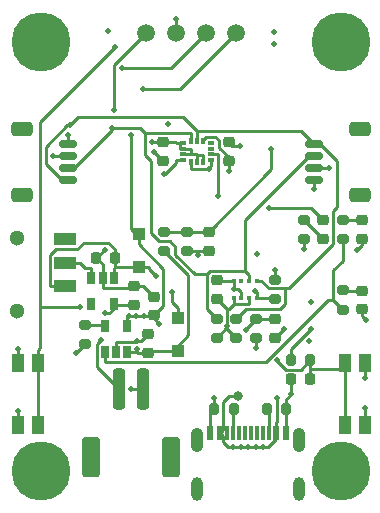
<source format=gbr>
%TF.GenerationSoftware,KiCad,Pcbnew,(6.0.1)*%
%TF.CreationDate,2022-03-18T08:08:47+01:00*%
%TF.ProjectId,trick-tracker,74726963-6b2d-4747-9261-636b65722e6b,rev?*%
%TF.SameCoordinates,Original*%
%TF.FileFunction,Copper,L1,Top*%
%TF.FilePolarity,Positive*%
%FSLAX46Y46*%
G04 Gerber Fmt 4.6, Leading zero omitted, Abs format (unit mm)*
G04 Created by KiCad (PCBNEW (6.0.1)) date 2022-03-18 08:08:47*
%MOMM*%
%LPD*%
G01*
G04 APERTURE LIST*
G04 Aperture macros list*
%AMRoundRect*
0 Rectangle with rounded corners*
0 $1 Rounding radius*
0 $2 $3 $4 $5 $6 $7 $8 $9 X,Y pos of 4 corners*
0 Add a 4 corners polygon primitive as box body*
4,1,4,$2,$3,$4,$5,$6,$7,$8,$9,$2,$3,0*
0 Add four circle primitives for the rounded corners*
1,1,$1+$1,$2,$3*
1,1,$1+$1,$4,$5*
1,1,$1+$1,$6,$7*
1,1,$1+$1,$8,$9*
0 Add four rect primitives between the rounded corners*
20,1,$1+$1,$2,$3,$4,$5,0*
20,1,$1+$1,$4,$5,$6,$7,0*
20,1,$1+$1,$6,$7,$8,$9,0*
20,1,$1+$1,$8,$9,$2,$3,0*%
G04 Aperture macros list end*
%TA.AperFunction,SMDPad,CuDef*%
%ADD10R,0.350000X0.350000*%
%TD*%
%TA.AperFunction,SMDPad,CuDef*%
%ADD11R,0.650000X1.060000*%
%TD*%
%TA.AperFunction,SMDPad,CuDef*%
%ADD12R,0.600000X1.150000*%
%TD*%
%TA.AperFunction,SMDPad,CuDef*%
%ADD13R,0.300000X1.150000*%
%TD*%
%TA.AperFunction,ComponentPad*%
%ADD14O,1.050000X2.100000*%
%TD*%
%TA.AperFunction,ComponentPad*%
%ADD15O,1.000000X2.000000*%
%TD*%
%TA.AperFunction,SMDPad,CuDef*%
%ADD16RoundRect,0.250000X-0.250000X-1.500000X0.250000X-1.500000X0.250000X1.500000X-0.250000X1.500000X0*%
%TD*%
%TA.AperFunction,SMDPad,CuDef*%
%ADD17RoundRect,0.250000X-0.500000X-1.450000X0.500000X-1.450000X0.500000X1.450000X-0.500000X1.450000X0*%
%TD*%
%TA.AperFunction,SMDPad,CuDef*%
%ADD18RoundRect,0.225000X0.225000X0.250000X-0.225000X0.250000X-0.225000X-0.250000X0.225000X-0.250000X0*%
%TD*%
%TA.AperFunction,SMDPad,CuDef*%
%ADD19RoundRect,0.225000X0.250000X-0.225000X0.250000X0.225000X-0.250000X0.225000X-0.250000X-0.225000X0*%
%TD*%
%TA.AperFunction,SMDPad,CuDef*%
%ADD20RoundRect,0.218750X-0.256250X0.218750X-0.256250X-0.218750X0.256250X-0.218750X0.256250X0.218750X0*%
%TD*%
%TA.AperFunction,SMDPad,CuDef*%
%ADD21RoundRect,0.218750X0.256250X-0.218750X0.256250X0.218750X-0.256250X0.218750X-0.256250X-0.218750X0*%
%TD*%
%TA.AperFunction,SMDPad,CuDef*%
%ADD22RoundRect,0.200000X-0.200000X-0.275000X0.200000X-0.275000X0.200000X0.275000X-0.200000X0.275000X0*%
%TD*%
%TA.AperFunction,SMDPad,CuDef*%
%ADD23RoundRect,0.200000X0.200000X0.275000X-0.200000X0.275000X-0.200000X-0.275000X0.200000X-0.275000X0*%
%TD*%
%TA.AperFunction,SMDPad,CuDef*%
%ADD24RoundRect,0.200000X-0.275000X0.200000X-0.275000X-0.200000X0.275000X-0.200000X0.275000X0.200000X0*%
%TD*%
%TA.AperFunction,SMDPad,CuDef*%
%ADD25RoundRect,0.200000X0.275000X-0.200000X0.275000X0.200000X-0.275000X0.200000X-0.275000X-0.200000X0*%
%TD*%
%TA.AperFunction,SMDPad,CuDef*%
%ADD26RoundRect,0.150000X-0.625000X0.150000X-0.625000X-0.150000X0.625000X-0.150000X0.625000X0.150000X0*%
%TD*%
%TA.AperFunction,SMDPad,CuDef*%
%ADD27RoundRect,0.249999X-0.650001X0.350001X-0.650001X-0.350001X0.650001X-0.350001X0.650001X0.350001X0*%
%TD*%
%TA.AperFunction,SMDPad,CuDef*%
%ADD28RoundRect,0.225000X-0.250000X0.225000X-0.250000X-0.225000X0.250000X-0.225000X0.250000X0.225000X0*%
%TD*%
%TA.AperFunction,SMDPad,CuDef*%
%ADD29R,1.100000X1.100000*%
%TD*%
%TA.AperFunction,SMDPad,CuDef*%
%ADD30R,1.000000X1.550000*%
%TD*%
%TA.AperFunction,ComponentPad*%
%ADD31C,0.800000*%
%TD*%
%TA.AperFunction,ComponentPad*%
%ADD32C,5.000000*%
%TD*%
%TA.AperFunction,SMDPad,CuDef*%
%ADD33R,1.900000X1.000000*%
%TD*%
%TA.AperFunction,ComponentPad*%
%ADD34C,1.300000*%
%TD*%
%TA.AperFunction,SMDPad,CuDef*%
%ADD35RoundRect,0.150000X0.625000X-0.150000X0.625000X0.150000X-0.625000X0.150000X-0.625000X-0.150000X0*%
%TD*%
%TA.AperFunction,SMDPad,CuDef*%
%ADD36RoundRect,0.249999X0.650001X-0.350001X0.650001X0.350001X-0.650001X0.350001X-0.650001X-0.350001X0*%
%TD*%
%TA.AperFunction,SMDPad,CuDef*%
%ADD37C,1.500000*%
%TD*%
%TA.AperFunction,SMDPad,CuDef*%
%ADD38R,0.600000X0.300000*%
%TD*%
%TA.AperFunction,SMDPad,CuDef*%
%ADD39R,0.300000X0.600000*%
%TD*%
%TA.AperFunction,ViaPad*%
%ADD40C,0.500000*%
%TD*%
%TA.AperFunction,ViaPad*%
%ADD41C,0.800000*%
%TD*%
%TA.AperFunction,Conductor*%
%ADD42C,0.250000*%
%TD*%
G04 APERTURE END LIST*
D10*
%TO.P,U2,1,GND*%
%TO.N,GND*%
X149139000Y-118147000D03*
%TO.P,U2,2,CSB*%
%TO.N,unconnected-(U2-Pad2)*%
X149789000Y-118147000D03*
%TO.P,U2,3,SDI*%
%TO.N,/SDA*%
X150439000Y-118147000D03*
%TO.P,U2,4,SCK*%
%TO.N,/SCL*%
X151089000Y-118147000D03*
%TO.P,U2,5,SDO*%
%TO.N,/PRESS_INT*%
X151089000Y-119597000D03*
%TO.P,U2,6,VDDIO*%
%TO.N,+3V3*%
X150439000Y-119597000D03*
%TO.P,U2,7,GND*%
%TO.N,GND*%
X149789000Y-119597000D03*
%TO.P,U2,8,VDD*%
%TO.N,+3V3*%
X149139000Y-119597000D03*
%TD*%
D11*
%TO.P,U4,1,STAT*%
%TO.N,/STAT*%
X138242000Y-124163000D03*
%TO.P,U4,2,VSS*%
%TO.N,GND*%
X139192000Y-124163000D03*
%TO.P,U4,3,VBAT*%
%TO.N,/VBAT*%
X140142000Y-124163000D03*
%TO.P,U4,4,VDD*%
%TO.N,/VBUS*%
X140142000Y-121963000D03*
%TO.P,U4,5,PROG*%
%TO.N,Net-(R3-Pad1)*%
X138242000Y-121963000D03*
%TD*%
D12*
%TO.P,J1,A1_B12,GND*%
%TO.N,GND*%
X147168000Y-131008000D03*
%TO.P,J1,A4_B9,VBUS*%
%TO.N,/VBUS*%
X147968000Y-131008000D03*
D13*
%TO.P,J1,A5,CC1*%
%TO.N,Net-(J1-PadA5)*%
X149118000Y-131008000D03*
%TO.P,J1,A6,DP1*%
%TO.N,unconnected-(J1-PadA6)*%
X150118000Y-131008000D03*
%TO.P,J1,A7,DN1*%
%TO.N,unconnected-(J1-PadA7)*%
X150618000Y-131008000D03*
%TO.P,J1,A8,SBU1*%
%TO.N,unconnected-(J1-PadA8)*%
X151618000Y-131008000D03*
D12*
%TO.P,J1,B1_A12,GND*%
%TO.N,GND*%
X153568000Y-131008000D03*
%TO.P,J1,B4_A9,VBUS*%
%TO.N,/VBUS*%
X152768000Y-131008000D03*
D13*
%TO.P,J1,B5,CC2*%
%TO.N,Net-(J1-PadB5)*%
X152118000Y-131008000D03*
%TO.P,J1,B6,DP2*%
%TO.N,unconnected-(J1-PadB6)*%
X151118000Y-131008000D03*
%TO.P,J1,B7,DN2*%
%TO.N,unconnected-(J1-PadB7)*%
X149618000Y-131008000D03*
%TO.P,J1,B8,SBU2*%
%TO.N,unconnected-(J1-PadB8)*%
X148618000Y-131008000D03*
D14*
%TO.P,J1,S1,SHELL_GND*%
%TO.N,unconnected-(J1-PadS1)*%
X146048000Y-131583000D03*
D15*
%TO.P,J1,S2,SHELL_GND*%
%TO.N,unconnected-(J1-PadS2)*%
X146048000Y-135763000D03*
%TO.P,J1,S3,SHELL_GND*%
%TO.N,unconnected-(J1-PadS3)*%
X154688000Y-135763000D03*
D14*
%TO.P,J1,S4,SHELL_GND*%
%TO.N,unconnected-(J1-PadS4)*%
X154688000Y-131583000D03*
%TD*%
D16*
%TO.P,J2,1,Pin_1*%
%TO.N,/VBAT*%
X139462000Y-127325000D03*
%TO.P,J2,2,Pin_2*%
%TO.N,GND*%
X141462000Y-127325000D03*
D17*
%TO.P,J2,MP*%
%TO.N,N/C*%
X137112000Y-133075000D03*
X143812000Y-133075000D03*
%TD*%
D18*
%TO.P,C1,1*%
%TO.N,/VIN*%
X139078000Y-116205000D03*
%TO.P,C1,2*%
%TO.N,GND*%
X137528000Y-116205000D03*
%TD*%
D19*
%TO.P,C2,1*%
%TO.N,/VBUS*%
X142367000Y-121044000D03*
%TO.P,C2,2*%
%TO.N,GND*%
X142367000Y-119494000D03*
%TD*%
%TO.P,C3,1*%
%TO.N,/VBAT*%
X141859000Y-124219000D03*
%TO.P,C3,2*%
%TO.N,GND*%
X141859000Y-122669000D03*
%TD*%
%TO.P,C4,1*%
%TO.N,+3V3*%
X140716000Y-120155000D03*
%TO.P,C4,2*%
%TO.N,GND*%
X140716000Y-118605000D03*
%TD*%
D20*
%TO.P,D2,1,K*%
%TO.N,Net-(D2-Pad1)*%
X160020000Y-113004500D03*
%TO.P,D2,2,A*%
%TO.N,/VBUS*%
X160020000Y-114579500D03*
%TD*%
D21*
%TO.P,D3,1,K*%
%TO.N,GND*%
X160020000Y-120548500D03*
%TO.P,D3,2,A*%
%TO.N,Net-(D3-Pad2)*%
X160020000Y-118973500D03*
%TD*%
D22*
%TO.P,R1,1*%
%TO.N,GND*%
X147511000Y-129032000D03*
%TO.P,R1,2*%
%TO.N,Net-(J1-PadA5)*%
X149161000Y-129032000D03*
%TD*%
D23*
%TO.P,R2,1*%
%TO.N,GND*%
X153606000Y-129032000D03*
%TO.P,R2,2*%
%TO.N,Net-(J1-PadB5)*%
X151956000Y-129032000D03*
%TD*%
D24*
%TO.P,R3,1*%
%TO.N,Net-(R3-Pad1)*%
X136525000Y-121857000D03*
%TO.P,R3,2*%
%TO.N,GND*%
X136525000Y-123507000D03*
%TD*%
D25*
%TO.P,R5,1*%
%TO.N,/STAT*%
X158369000Y-114617000D03*
%TO.P,R5,2*%
%TO.N,Net-(D2-Pad1)*%
X158369000Y-112967000D03*
%TD*%
%TO.P,R6,1*%
%TO.N,/STAT*%
X158369000Y-120586000D03*
%TO.P,R6,2*%
%TO.N,Net-(D3-Pad2)*%
X158369000Y-118936000D03*
%TD*%
D11*
%TO.P,U5,1,VIN*%
%TO.N,/VIN*%
X138999000Y-117899000D03*
%TO.P,U5,2,GND*%
%TO.N,GND*%
X138049000Y-117899000D03*
%TO.P,U5,3,EN*%
%TO.N,/EN*%
X137099000Y-117899000D03*
%TO.P,U5,4,NC*%
%TO.N,unconnected-(U5-Pad4)*%
X137099000Y-120099000D03*
%TO.P,U5,5,VOUT*%
%TO.N,+3V3*%
X138999000Y-120099000D03*
%TD*%
D26*
%TO.P,J3,1,Pin_1*%
%TO.N,GND*%
X135096000Y-106577000D03*
%TO.P,J3,2,Pin_2*%
%TO.N,+3V3*%
X135096000Y-107577000D03*
%TO.P,J3,3,Pin_3*%
%TO.N,/SDA*%
X135096000Y-108577000D03*
%TO.P,J3,4,Pin_4*%
%TO.N,/SCL*%
X135096000Y-109577000D03*
D27*
%TO.P,J3,MP*%
%TO.N,N/C*%
X131221000Y-105277000D03*
X131221000Y-110877000D03*
%TD*%
D19*
%TO.P,C10,1*%
%TO.N,+3V3*%
X147701000Y-119647000D03*
%TO.P,C10,2*%
%TO.N,GND*%
X147701000Y-118097000D03*
%TD*%
D28*
%TO.P,C11,1*%
%TO.N,/RESET*%
X152654000Y-121399000D03*
%TO.P,C11,2*%
%TO.N,GND*%
X152654000Y-122949000D03*
%TD*%
D29*
%TO.P,D1,1,K*%
%TO.N,/VIN*%
X144399000Y-121282000D03*
%TO.P,D1,2,A*%
%TO.N,/VBAT*%
X144399000Y-124082000D03*
%TD*%
D24*
%TO.P,R12,1*%
%TO.N,GND*%
X152654000Y-118047000D03*
%TO.P,R12,2*%
%TO.N,/PRESS_INT*%
X152654000Y-119697000D03*
%TD*%
%TO.P,R15,1*%
%TO.N,/RESET*%
X151003000Y-121349000D03*
%TO.P,R15,2*%
%TO.N,+3V3*%
X151003000Y-122999000D03*
%TD*%
%TO.P,R16,1*%
%TO.N,/SCL*%
X149352000Y-121349000D03*
%TO.P,R16,2*%
%TO.N,+3V3*%
X149352000Y-122999000D03*
%TD*%
%TO.P,R17,1*%
%TO.N,/SDA*%
X147701000Y-121349000D03*
%TO.P,R17,2*%
%TO.N,+3V3*%
X147701000Y-122999000D03*
%TD*%
D30*
%TO.P,S1,1,NO*%
%TO.N,/RESET*%
X132549000Y-130387000D03*
%TO.P,S1,2,COM*%
%TO.N,GND*%
X130849000Y-130387000D03*
%TO.P,S1,3,NO*%
%TO.N,/RESET*%
X132549000Y-125137000D03*
%TO.P,S1,4,COM*%
%TO.N,GND*%
X130849000Y-125137000D03*
%TD*%
%TO.P,S2,1,NO*%
%TO.N,/BTN*%
X158535000Y-125137000D03*
%TO.P,S2,2,COM*%
%TO.N,GND*%
X160235000Y-125137000D03*
%TO.P,S2,3,NO*%
%TO.N,/BTN*%
X158535000Y-130387000D03*
%TO.P,S2,4,COM*%
%TO.N,GND*%
X160235000Y-130387000D03*
%TD*%
D31*
%TO.P,H1,1*%
%TO.N,N/C*%
X134717000Y-134239000D03*
X131516175Y-135564825D03*
X131516175Y-132913175D03*
X132842000Y-132364000D03*
X132842000Y-136114000D03*
X134167825Y-132913175D03*
D32*
X132842000Y-134239000D03*
D31*
X134167825Y-135564825D03*
X130967000Y-134239000D03*
%TD*%
%TO.P,H2,1*%
%TO.N,N/C*%
X156916175Y-135564825D03*
X159567825Y-135564825D03*
X158242000Y-136114000D03*
D32*
X158242000Y-134239000D03*
D31*
X159567825Y-132913175D03*
X158242000Y-132364000D03*
X160117000Y-134239000D03*
X156916175Y-132913175D03*
X156367000Y-134239000D03*
%TD*%
D33*
%TO.P,S3,1,NC*%
%TO.N,unconnected-(S3-Pad1)*%
X134832000Y-114602000D03*
%TO.P,S3,2,NO*%
%TO.N,/EN*%
X134832000Y-116602000D03*
%TO.P,S3,3,COM*%
%TO.N,/VIN*%
X134832000Y-118602000D03*
D34*
%TO.P,S3,MH1,MH1*%
%TO.N,unconnected-(S3-PadMH1)*%
X130782000Y-114477000D03*
%TO.P,S3,MH2,MH2*%
%TO.N,unconnected-(S3-PadMH2)*%
X130782000Y-120727000D03*
%TD*%
D28*
%TO.P,C12,1*%
%TO.N,/BAT_SENS*%
X147066000Y-114033000D03*
%TO.P,C12,2*%
%TO.N,GND*%
X147066000Y-115583000D03*
%TD*%
D25*
%TO.P,R4,1*%
%TO.N,/VBAT*%
X143256000Y-115633000D03*
%TO.P,R4,2*%
%TO.N,/BAT_SENS*%
X143256000Y-113983000D03*
%TD*%
%TO.P,R18,1*%
%TO.N,GND*%
X145161000Y-115633000D03*
%TO.P,R18,2*%
%TO.N,/BAT_SENS*%
X145161000Y-113983000D03*
%TD*%
D21*
%TO.P,D4,1,K*%
%TO.N,Net-(D4-Pad1)*%
X156718000Y-114579500D03*
%TO.P,D4,2,A*%
%TO.N,Net-(D4-Pad2)*%
X156718000Y-113004500D03*
%TD*%
D31*
%TO.P,H3,1*%
%TO.N,N/C*%
X132842000Y-99792000D03*
X134167825Y-96591175D03*
X130967000Y-97917000D03*
X134717000Y-97917000D03*
D32*
X132842000Y-97917000D03*
D31*
X132842000Y-96042000D03*
X131516175Y-96591175D03*
X134167825Y-99242825D03*
X131516175Y-99242825D03*
%TD*%
%TO.P,H4,1*%
%TO.N,N/C*%
X160117000Y-97917000D03*
X159567825Y-99242825D03*
X156367000Y-97917000D03*
X159567825Y-96591175D03*
X158242000Y-99792000D03*
D32*
X158242000Y-97917000D03*
D31*
X158242000Y-96042000D03*
X156916175Y-99242825D03*
X156916175Y-96591175D03*
%TD*%
D25*
%TO.P,R7,1*%
%TO.N,GND*%
X155067000Y-114617000D03*
%TO.P,R7,2*%
%TO.N,Net-(D4-Pad1)*%
X155067000Y-112967000D03*
%TD*%
D29*
%TO.P,D5,1,K*%
%TO.N,/VIN*%
X141097000Y-116970000D03*
%TO.P,D5,2,A*%
%TO.N,/VBUS*%
X141097000Y-114170000D03*
%TD*%
D35*
%TO.P,J6,1,Pin_1*%
%TO.N,GND*%
X155988000Y-109577000D03*
%TO.P,J6,2,Pin_2*%
%TO.N,+3V3*%
X155988000Y-108577000D03*
%TO.P,J6,3,Pin_3*%
%TO.N,/SDA*%
X155988000Y-107577000D03*
%TO.P,J6,4,Pin_4*%
%TO.N,/SCL*%
X155988000Y-106577000D03*
D36*
%TO.P,J6,MP*%
%TO.N,N/C*%
X159863000Y-110877000D03*
X159863000Y-105277000D03*
%TD*%
D37*
%TO.P,TP1,1,1*%
%TO.N,/VBUS*%
X141732000Y-97155000D03*
%TD*%
%TO.P,TP2,1,1*%
%TO.N,GND*%
X144272000Y-97155000D03*
%TD*%
%TO.P,TP4,1,1*%
%TO.N,/Rx*%
X149352000Y-97155000D03*
%TD*%
%TO.P,TP3,1,1*%
%TO.N,/Tx*%
X146812000Y-97155000D03*
%TD*%
D19*
%TO.P,C5,1*%
%TO.N,+3V3*%
X148717000Y-107963000D03*
%TO.P,C5,2*%
%TO.N,GND*%
X148717000Y-106413000D03*
%TD*%
%TO.P,C6,1*%
%TO.N,+3V3*%
X143129000Y-107963000D03*
%TO.P,C6,2*%
%TO.N,GND*%
X143129000Y-106413000D03*
%TD*%
D38*
%TO.P,IC1,1,SDO*%
%TO.N,GND*%
X144900000Y-106438000D03*
%TO.P,IC1,2,GND_1*%
X144900000Y-106938000D03*
%TO.P,IC1,3,GND_2*%
X144900000Y-107438000D03*
%TO.P,IC1,4,INT1*%
%TO.N,/BMX_INT1*%
X144900000Y-107938000D03*
D39*
%TO.P,IC1,5,VDDIO*%
%TO.N,+3V3*%
X145550000Y-108088000D03*
%TO.P,IC1,6,GNDIO*%
%TO.N,GND*%
X146050000Y-108088000D03*
%TO.P,IC1,7,GND_3*%
X146550000Y-108088000D03*
D38*
%TO.P,IC1,8,VDD*%
%TO.N,+3V3*%
X147200000Y-107938000D03*
%TO.P,IC1,9,INT2*%
%TO.N,/BMX_INT2*%
X147200000Y-107438000D03*
%TO.P,IC1,10,DNC_1*%
%TO.N,unconnected-(IC1-Pad10)*%
X147200000Y-106938000D03*
%TO.P,IC1,11,DNC_2*%
%TO.N,unconnected-(IC1-Pad11)*%
X147200000Y-106438000D03*
D39*
%TO.P,IC1,12,CSB*%
%TO.N,+3V3*%
X146550000Y-106288000D03*
%TO.P,IC1,13,SCX*%
%TO.N,/SCL*%
X146050000Y-106288000D03*
%TO.P,IC1,14,SDX*%
%TO.N,/SDA*%
X145550000Y-106288000D03*
%TD*%
D18*
%TO.P,C7,1*%
%TO.N,/BTN*%
X155588000Y-126492000D03*
%TO.P,C7,2*%
%TO.N,GND*%
X154038000Y-126492000D03*
%TD*%
D23*
%TO.P,R8,1*%
%TO.N,/BTN*%
X155638000Y-124841000D03*
%TO.P,R8,2*%
%TO.N,+3V3*%
X153988000Y-124841000D03*
%TD*%
D40*
%TO.N,+3V3*%
X157224200Y-108581000D03*
X155677100Y-122239500D03*
X152577800Y-98075100D03*
X148717000Y-108873300D03*
X151003000Y-123851700D03*
X148550800Y-121968000D03*
X147098400Y-108666100D03*
X133850500Y-107577000D03*
X142406400Y-107240400D03*
X138296600Y-120894500D03*
%TO.N,GND*%
X149159200Y-118815800D03*
X155067000Y-115474300D03*
X154038000Y-127759900D03*
X151091800Y-115904300D03*
X153392300Y-122239300D03*
X135096000Y-105822900D03*
X155690100Y-119894300D03*
X140925100Y-123206600D03*
X138492300Y-97028000D03*
X140475200Y-127310200D03*
X155485800Y-123253000D03*
X146134600Y-115914800D03*
X135822400Y-124209600D03*
X130849000Y-123911200D03*
X160235000Y-128876900D03*
X155988000Y-110343700D03*
X138278100Y-115495100D03*
X149645200Y-106687200D03*
X147511000Y-128086100D03*
X143588900Y-104852300D03*
X142202500Y-106413000D03*
X152582000Y-97107100D03*
X152654000Y-117195600D03*
X160235000Y-126392400D03*
X144272000Y-95954700D03*
X130849000Y-129159000D03*
X160347100Y-121441200D03*
%TO.N,/VBUS*%
X140893300Y-121107700D03*
X151638000Y-132207000D03*
X151003000Y-132207000D03*
X140482200Y-105764000D03*
D41*
X149479000Y-127889000D03*
D40*
X149733000Y-132207000D03*
X159588200Y-115510600D03*
X139000300Y-103687700D03*
X142869245Y-121805622D03*
X149098000Y-132207000D03*
X140258300Y-121107700D03*
X150368000Y-132207000D03*
X141528300Y-121107700D03*
X152781000Y-128080600D03*
%TO.N,/VBAT*%
X140925100Y-123907000D03*
X137919700Y-123163400D03*
%TO.N,/SCL*%
X135301700Y-104971500D03*
%TO.N,/SDA*%
X138815800Y-105188900D03*
%TO.N,/RESET*%
X139112700Y-98329500D03*
X150179300Y-122341400D03*
X136123500Y-120372000D03*
%TO.N,/PRESS_INT*%
X150938900Y-118965000D03*
%TO.N,/BTN*%
X152830900Y-124871000D03*
%TO.N,/Tx*%
X139663400Y-100103700D03*
%TO.N,/Rx*%
X141431100Y-101871400D03*
%TO.N,/BAT_SENS*%
X152341800Y-106949900D03*
%TO.N,Net-(D4-Pad2)*%
X152137200Y-111967600D03*
%TO.N,/VIN*%
X142569700Y-117703500D03*
X143951700Y-119085500D03*
%TO.N,/BMX_INT2*%
X147825300Y-110981000D03*
%TO.N,/BMX_INT1*%
X143214100Y-109092900D03*
%TD*%
D42*
%TO.N,+3V3*%
X155992000Y-108581000D02*
X155988000Y-108577000D01*
X149139000Y-120097200D02*
X149139100Y-120097300D01*
X148717000Y-107680200D02*
X147915700Y-106878900D01*
X149352000Y-122999000D02*
X148526500Y-122173500D01*
X150439000Y-119597000D02*
X150439000Y-120097300D01*
X148739500Y-120496800D02*
X149139000Y-120097300D01*
X145550000Y-108088000D02*
X145550000Y-108713300D01*
X138595300Y-120894500D02*
X138296600Y-120894500D01*
X148717000Y-108873300D02*
X148717000Y-107963000D01*
X148526500Y-122173500D02*
X148550800Y-122149200D01*
X149139100Y-120097300D02*
X150439000Y-120097300D01*
X148526500Y-122173500D02*
X147701000Y-122999000D01*
X139055000Y-120155000D02*
X140716000Y-120155000D01*
X147006300Y-108574000D02*
X147098400Y-108666100D01*
X146801000Y-105923300D02*
X146550000Y-106174300D01*
X149139000Y-119984700D02*
X149139000Y-120097200D01*
X147915700Y-106235400D02*
X147603600Y-105923300D01*
X148550800Y-120496800D02*
X147701000Y-119647000D01*
X138999000Y-120099000D02*
X139055000Y-120155000D01*
X149139000Y-120097200D02*
X149139000Y-120097300D01*
X138999000Y-120099000D02*
X138999000Y-120490800D01*
X149139000Y-119597000D02*
X149139000Y-119984700D01*
X148717000Y-107963000D02*
X148717000Y-107680200D01*
X146867000Y-108713300D02*
X147006300Y-108574000D01*
X148550800Y-120496800D02*
X148739500Y-120496800D01*
X146550000Y-106174300D02*
X146550000Y-106288000D01*
X147915700Y-106878900D02*
X147915700Y-106235400D01*
X151003000Y-123851700D02*
X151003000Y-122999000D01*
X147006300Y-108574000D02*
X147200000Y-108380300D01*
X153988000Y-123928600D02*
X153988000Y-124841000D01*
X148550800Y-121968000D02*
X148550800Y-120496800D01*
X147603600Y-105923300D02*
X146801000Y-105923300D01*
X157224200Y-108581000D02*
X155992000Y-108581000D01*
X148550800Y-122149200D02*
X148550800Y-121968000D01*
X145550000Y-108713300D02*
X146867000Y-108713300D01*
X155677100Y-122239500D02*
X153988000Y-123928600D01*
X147200000Y-108380300D02*
X147200000Y-107938000D01*
X138999000Y-120490800D02*
X138595300Y-120894500D01*
X143129000Y-107963000D02*
X142406400Y-107240400D01*
X135096000Y-107577000D02*
X133850500Y-107577000D01*
%TO.N,GND*%
X155988000Y-110343700D02*
X155988000Y-109577000D01*
X146550000Y-108088000D02*
X146550000Y-107462700D01*
X155067000Y-115474300D02*
X155067000Y-114617000D01*
X138278100Y-115495100D02*
X138237900Y-115495100D01*
X138049000Y-117899000D02*
X138049000Y-118754300D01*
X144900000Y-107438000D02*
X145525300Y-107438000D01*
X139192000Y-123307700D02*
X140824000Y-123307700D01*
X140716000Y-118605000D02*
X141478000Y-118605000D01*
X147016000Y-115633000D02*
X147066000Y-115583000D01*
X135096000Y-106577000D02*
X135096000Y-105822900D01*
X146025300Y-107438000D02*
X146050000Y-107462700D01*
X149159200Y-118667500D02*
X149139000Y-118647300D01*
X153606000Y-129032000D02*
X153606000Y-130069700D01*
X137528000Y-116205000D02*
X138049000Y-116726000D01*
X135822400Y-124209600D02*
X136525000Y-123507000D01*
X146050000Y-108088000D02*
X146050000Y-107462700D01*
X139192000Y-124163000D02*
X139192000Y-123307700D01*
X145525300Y-107438000D02*
X146025300Y-107438000D01*
X141321400Y-123206600D02*
X140925100Y-123206600D01*
X149508100Y-118815800D02*
X149159200Y-118815800D01*
X144249700Y-106413000D02*
X144274700Y-106438000D01*
X140824000Y-123307700D02*
X140925100Y-123206600D01*
X147511000Y-129032000D02*
X147511000Y-128086100D01*
X153606000Y-130069700D02*
X153568000Y-130107700D01*
X141478000Y-118605000D02*
X142367000Y-119494000D01*
X146134600Y-115633000D02*
X147016000Y-115633000D01*
X141462000Y-127325000D02*
X141447200Y-127310200D01*
X160020000Y-121114100D02*
X160347100Y-121441200D01*
X130849000Y-129159000D02*
X130849000Y-130387000D01*
X144272000Y-97155000D02*
X144272000Y-95954700D01*
X144743700Y-106938000D02*
X144900000Y-106938000D01*
X138237900Y-115495100D02*
X137528000Y-116205000D01*
X160235000Y-125137000D02*
X160235000Y-126237300D01*
X149159200Y-118815800D02*
X149159200Y-118667500D01*
X149789000Y-119096700D02*
X149508100Y-118815800D01*
X147168000Y-129375000D02*
X147168000Y-131008000D01*
X130849000Y-125137000D02*
X130849000Y-123911200D01*
X141447200Y-127310200D02*
X140475200Y-127310200D01*
X145161000Y-115633000D02*
X146134600Y-115633000D01*
X149139000Y-118147000D02*
X149139000Y-118647300D01*
X153606000Y-128191900D02*
X153606000Y-129032000D01*
X147511000Y-129032000D02*
X147168000Y-129375000D01*
X143129000Y-106413000D02*
X142202500Y-106413000D01*
X149789000Y-119597000D02*
X149789000Y-119096700D01*
X149139000Y-118147000D02*
X147751000Y-118147000D01*
X147751000Y-118147000D02*
X147701000Y-118097000D01*
X152682600Y-122949000D02*
X152654000Y-122949000D01*
X152654000Y-117195600D02*
X152654000Y-118047000D01*
X138049000Y-116726000D02*
X138049000Y-117899000D01*
X145525300Y-106938000D02*
X145525300Y-107438000D01*
X144743700Y-106938000D02*
X144587400Y-106938000D01*
X154038000Y-126492000D02*
X154038000Y-127759900D01*
X144587400Y-106438000D02*
X144274700Y-106438000D01*
X144587400Y-106438000D02*
X144587400Y-106938000D01*
X160235000Y-128876900D02*
X160235000Y-130387000D01*
X141859000Y-122669000D02*
X141321400Y-123206600D01*
X144900000Y-106938000D02*
X145525300Y-106938000D01*
X140566700Y-118754300D02*
X140716000Y-118605000D01*
X149645200Y-106687200D02*
X148991200Y-106687200D01*
X138049000Y-118754300D02*
X140566700Y-118754300D01*
X148991200Y-106687200D02*
X148717000Y-106413000D01*
X160020000Y-120548500D02*
X160020000Y-121114100D01*
X153392300Y-122239300D02*
X152682600Y-122949000D01*
X153568000Y-131008000D02*
X153568000Y-130107700D01*
X154038000Y-127759900D02*
X153606000Y-128191900D01*
X146134600Y-115914800D02*
X146134600Y-115633000D01*
X143129000Y-106413000D02*
X144249700Y-106413000D01*
X144900000Y-106438000D02*
X144587400Y-106438000D01*
X160235000Y-126237300D02*
X160235000Y-126392400D01*
X146050000Y-107462700D02*
X146550000Y-107462700D01*
%TO.N,/VBUS*%
X148642978Y-132207000D02*
X149098000Y-132207000D01*
X147968000Y-131008000D02*
X148243489Y-131283489D01*
X143168300Y-117116600D02*
X143168300Y-120242700D01*
X142367000Y-121044000D02*
X142367000Y-121303377D01*
X152093022Y-132207000D02*
X152768000Y-131532022D01*
X160020000Y-115078800D02*
X159588200Y-115510600D01*
X141528300Y-121107700D02*
X142303300Y-121107700D01*
X141097000Y-114425200D02*
X141097000Y-115045300D01*
X142303300Y-121107700D02*
X142367000Y-121044000D01*
X151638000Y-132207000D02*
X152093022Y-132207000D01*
X148235520Y-130740480D02*
X148235520Y-128427137D01*
X150368000Y-132207000D02*
X151003000Y-132207000D01*
X141097000Y-114425200D02*
X140462000Y-113790200D01*
X148235520Y-128427137D02*
X148773657Y-127889000D01*
X152768000Y-131008000D02*
X152768000Y-130107700D01*
X140462000Y-113790200D02*
X140462000Y-105784200D01*
X149098000Y-132207000D02*
X149733000Y-132207000D01*
X139000300Y-103687700D02*
X139000300Y-99886700D01*
X139000300Y-99886700D02*
X141732000Y-97155000D01*
X140142000Y-121107700D02*
X140258300Y-121107700D01*
X148243489Y-131807511D02*
X148642978Y-132207000D01*
X147968000Y-131008000D02*
X148235520Y-130740480D01*
X152781000Y-130094700D02*
X152768000Y-130107700D01*
X142367000Y-121303377D02*
X142869245Y-121805622D01*
X152768000Y-131532022D02*
X152768000Y-131008000D01*
X141097000Y-114170000D02*
X141097000Y-114425200D01*
X140142000Y-121963000D02*
X140142000Y-121107700D01*
X151003000Y-132207000D02*
X151638000Y-132207000D01*
X143168300Y-120242700D02*
X142367000Y-121044000D01*
X141097000Y-115045300D02*
X143168300Y-117116600D01*
X140258300Y-121107700D02*
X140893300Y-121107700D01*
X140893300Y-121107700D02*
X141528300Y-121107700D01*
X140462000Y-105784200D02*
X140482200Y-105764000D01*
X148243489Y-131283489D02*
X148243489Y-131807511D01*
X149733000Y-132207000D02*
X150368000Y-132207000D01*
X148773657Y-127889000D02*
X149479000Y-127889000D01*
X152781000Y-128080600D02*
X152781000Y-130094700D01*
X160020000Y-114579500D02*
X160020000Y-115078800D01*
%TO.N,/VBAT*%
X143523700Y-124082000D02*
X141996000Y-124082000D01*
X140981100Y-124219000D02*
X140925100Y-124163000D01*
X144399000Y-124082000D02*
X143523700Y-124082000D01*
X141859000Y-124219000D02*
X140981100Y-124219000D01*
X143256000Y-115633000D02*
X145274400Y-117651400D01*
X139462000Y-127325000D02*
X137591600Y-125454600D01*
X145274400Y-117651400D02*
X145274400Y-122768900D01*
X141996000Y-124082000D02*
X141859000Y-124219000D01*
X144399000Y-124082000D02*
X144399000Y-123644300D01*
X145274400Y-122768900D02*
X144399000Y-123644300D01*
X137591600Y-125454600D02*
X137591600Y-123491500D01*
X140925100Y-124163000D02*
X140925100Y-123907000D01*
X140925100Y-124163000D02*
X140142000Y-124163000D01*
X137591600Y-123491500D02*
X137919700Y-123163400D01*
%TO.N,Net-(D2-Pad1)*%
X159982500Y-112967000D02*
X160020000Y-113004500D01*
X158369000Y-112967000D02*
X159982500Y-112967000D01*
%TO.N,Net-(D3-Pad2)*%
X158406500Y-118973500D02*
X160020000Y-118973500D01*
X158369000Y-118936000D02*
X158406500Y-118973500D01*
%TO.N,Net-(R3-Pad1)*%
X136525000Y-121857000D02*
X138136000Y-121857000D01*
X138136000Y-121857000D02*
X138242000Y-121963000D01*
%TO.N,/STAT*%
X138242000Y-124163000D02*
X138242000Y-125018300D01*
X158369000Y-120586000D02*
X157565500Y-119782500D01*
X157565500Y-119782500D02*
X157105700Y-119782500D01*
X157105700Y-119782500D02*
X151869900Y-125018300D01*
X158369000Y-116431200D02*
X158369000Y-114617000D01*
X151869900Y-125018300D02*
X138242000Y-125018300D01*
X157565500Y-119782500D02*
X157565500Y-117234700D01*
X157565500Y-117234700D02*
X158369000Y-116431200D01*
%TO.N,/SCL*%
X151589300Y-118249900D02*
X151589300Y-118147000D01*
X155988000Y-106577000D02*
X156450500Y-106577000D01*
X157543500Y-115034000D02*
X153794600Y-118782900D01*
X157881800Y-111864600D02*
X157543500Y-112202900D01*
X154876100Y-105465100D02*
X155988000Y-106577000D01*
X135096000Y-109577000D02*
X134617100Y-109577000D01*
X150153300Y-120547700D02*
X149352000Y-121349000D01*
X153505600Y-118782900D02*
X153505600Y-120085400D01*
X153505600Y-120085400D02*
X153043300Y-120547700D01*
X144859200Y-104274300D02*
X146050000Y-105465100D01*
X135058300Y-104971500D02*
X135301700Y-104971500D01*
X153043300Y-120547700D02*
X150153300Y-120547700D01*
X153794600Y-118782900D02*
X153505600Y-118782900D01*
X146050000Y-105465100D02*
X154876100Y-105465100D01*
X151089000Y-118147000D02*
X151589300Y-118147000D01*
X157543500Y-112202900D02*
X157543500Y-115034000D01*
X156450500Y-106577000D02*
X157881800Y-108008300D01*
X146050000Y-106288000D02*
X146050000Y-105465100D01*
X153505600Y-118782900D02*
X152122300Y-118782900D01*
X133255600Y-106774200D02*
X135058300Y-104971500D01*
X133255600Y-108215500D02*
X133255600Y-106774200D01*
X135301700Y-104971500D02*
X135998900Y-104274300D01*
X157881800Y-108008300D02*
X157881800Y-111864600D01*
X152122300Y-118782900D02*
X151589300Y-118249900D01*
X135998900Y-104274300D02*
X144859200Y-104274300D01*
X134617100Y-109577000D02*
X133255600Y-108215500D01*
%TO.N,/SDA*%
X141603300Y-105603900D02*
X141603300Y-107514000D01*
X142119500Y-114072100D02*
X142855400Y-114808000D01*
X141188100Y-105188700D02*
X138816000Y-105188700D01*
X147174700Y-117293100D02*
X146891000Y-117576800D01*
X150085400Y-113002200D02*
X150085400Y-117293100D01*
X141603300Y-105603900D02*
X145491200Y-105603900D01*
X138815800Y-105188900D02*
X138815800Y-105358800D01*
X144208500Y-115924100D02*
X145861200Y-117576800D01*
X150085400Y-117293100D02*
X147174700Y-117293100D01*
X135597600Y-108577000D02*
X135096000Y-108577000D01*
X145550000Y-106288000D02*
X145550000Y-105662700D01*
X150439000Y-118147000D02*
X150439000Y-117646700D01*
X145861200Y-117576800D02*
X146891000Y-117576800D01*
X145491200Y-105603900D02*
X145550000Y-105662700D01*
X141603300Y-107514000D02*
X142119500Y-108030200D01*
X146891000Y-117576800D02*
X146891000Y-120539000D01*
X138816000Y-105188700D02*
X138815800Y-105188900D01*
X142855400Y-114808000D02*
X143720700Y-114808000D01*
X141603300Y-105603900D02*
X141188100Y-105188700D01*
X150085400Y-117293100D02*
X150439000Y-117646700D01*
X155510600Y-107577000D02*
X150085400Y-113002200D01*
X144208500Y-115295800D02*
X144208500Y-115924100D01*
X143720700Y-114808000D02*
X144208500Y-115295800D01*
X155988000Y-107577000D02*
X155510600Y-107577000D01*
X146891000Y-120539000D02*
X147701000Y-121349000D01*
X138815800Y-105358800D02*
X135597600Y-108577000D01*
X142119500Y-108030200D02*
X142119500Y-114072100D01*
%TO.N,/RESET*%
X151003000Y-121399000D02*
X152654000Y-121399000D01*
X132758400Y-120372000D02*
X136123500Y-120372000D01*
X132758400Y-104683800D02*
X132758400Y-120372000D01*
X150179300Y-122222700D02*
X150179300Y-122341400D01*
X151003000Y-121399000D02*
X150179300Y-122222700D01*
X151003000Y-121349000D02*
X151003000Y-121399000D01*
X132758400Y-123827300D02*
X132549000Y-124036700D01*
X132758400Y-120372000D02*
X132758400Y-123827300D01*
X132549000Y-130387000D02*
X132549000Y-125137000D01*
X132549000Y-125137000D02*
X132549000Y-124036700D01*
X139112700Y-98329500D02*
X132758400Y-104683800D01*
%TO.N,/PRESS_INT*%
X151089000Y-119597000D02*
X151089000Y-119096700D01*
X151070600Y-119096700D02*
X150938900Y-118965000D01*
X151089000Y-119096700D02*
X151070600Y-119096700D01*
X152554000Y-119597000D02*
X152654000Y-119697000D01*
X151089000Y-119597000D02*
X152554000Y-119597000D01*
%TO.N,/BTN*%
X154812600Y-125666400D02*
X155638000Y-124841000D01*
X155588000Y-126492000D02*
X155638000Y-126442000D01*
X158535000Y-125641500D02*
X158535000Y-129286700D01*
X152830900Y-124956100D02*
X153541200Y-125666400D01*
X155638000Y-126442000D02*
X155638000Y-125641500D01*
X155638000Y-125641500D02*
X155638000Y-124841000D01*
X158535000Y-130387000D02*
X158535000Y-129286700D01*
X158535000Y-125137000D02*
X158535000Y-125641500D01*
X152830900Y-124871000D02*
X152830900Y-124956100D01*
X155638000Y-125641500D02*
X158535000Y-125641500D01*
X153541200Y-125666400D02*
X154812600Y-125666400D01*
%TO.N,/Tx*%
X143863300Y-100103700D02*
X146812000Y-97155000D01*
X139663400Y-100103700D02*
X143863300Y-100103700D01*
%TO.N,/Rx*%
X144635600Y-101871400D02*
X141431100Y-101871400D01*
X149352000Y-97155000D02*
X144635600Y-101871400D01*
%TO.N,/EN*%
X134832000Y-116602000D02*
X136107300Y-116602000D01*
X136107300Y-116602000D02*
X136549000Y-117043700D01*
X137099000Y-117899000D02*
X137099000Y-117043700D01*
X136549000Y-117043700D02*
X137099000Y-117043700D01*
%TO.N,/BAT_SENS*%
X147066000Y-113983000D02*
X147066000Y-114033000D01*
X143256000Y-113983000D02*
X145161000Y-113983000D01*
X152341800Y-108707200D02*
X147066000Y-113983000D01*
X145161000Y-113983000D02*
X147066000Y-113983000D01*
X152341800Y-106949900D02*
X152341800Y-108707200D01*
%TO.N,Net-(J1-PadA5)*%
X149161000Y-129032000D02*
X149118000Y-129075000D01*
X149118000Y-129075000D02*
X149118000Y-131008000D01*
%TO.N,Net-(J1-PadB5)*%
X151956000Y-129032000D02*
X152118000Y-129194000D01*
X152118000Y-129194000D02*
X152118000Y-131008000D01*
%TO.N,Net-(D4-Pad2)*%
X155681100Y-111967600D02*
X156718000Y-113004500D01*
X152137200Y-111967600D02*
X155681100Y-111967600D01*
%TO.N,Net-(D4-Pad1)*%
X155067000Y-112967000D02*
X156679500Y-114579500D01*
X156679500Y-114579500D02*
X156718000Y-114579500D01*
%TO.N,/VIN*%
X135916700Y-115427400D02*
X134083400Y-115427400D01*
X142569700Y-117703500D02*
X141972300Y-117106100D01*
X134832000Y-118602000D02*
X133556700Y-118602000D01*
X134083400Y-115427400D02*
X133556700Y-115954100D01*
X141097000Y-116970000D02*
X141972300Y-116970000D01*
X138999000Y-117899000D02*
X138999000Y-117043700D01*
X143951700Y-119959400D02*
X143951700Y-119085500D01*
X139078000Y-116205000D02*
X139078000Y-115471000D01*
X136438600Y-114905500D02*
X135916700Y-115427400D01*
X139078000Y-115471000D02*
X138512500Y-114905500D01*
X139004300Y-117043700D02*
X138999000Y-117043700D01*
X139078000Y-116970000D02*
X139004300Y-117043700D01*
X144399000Y-121282000D02*
X144399000Y-120406700D01*
X144399000Y-120406700D02*
X143951700Y-119959400D01*
X139078000Y-116970000D02*
X139078000Y-116205000D01*
X133556700Y-115954100D02*
X133556700Y-118602000D01*
X141972300Y-117106100D02*
X141972300Y-116970000D01*
X138512500Y-114905500D02*
X136438600Y-114905500D01*
X141097000Y-116970000D02*
X139078000Y-116970000D01*
%TO.N,/BMX_INT2*%
X147825300Y-110981000D02*
X147825300Y-107438000D01*
X147200000Y-107438000D02*
X147825300Y-107438000D01*
%TO.N,/BMX_INT1*%
X143214100Y-109092900D02*
X143309400Y-109092900D01*
X143309400Y-109092900D02*
X144274700Y-108127600D01*
X144900000Y-107938000D02*
X144274700Y-107938000D01*
X144274700Y-108127600D02*
X144274700Y-107938000D01*
%TD*%
M02*

</source>
